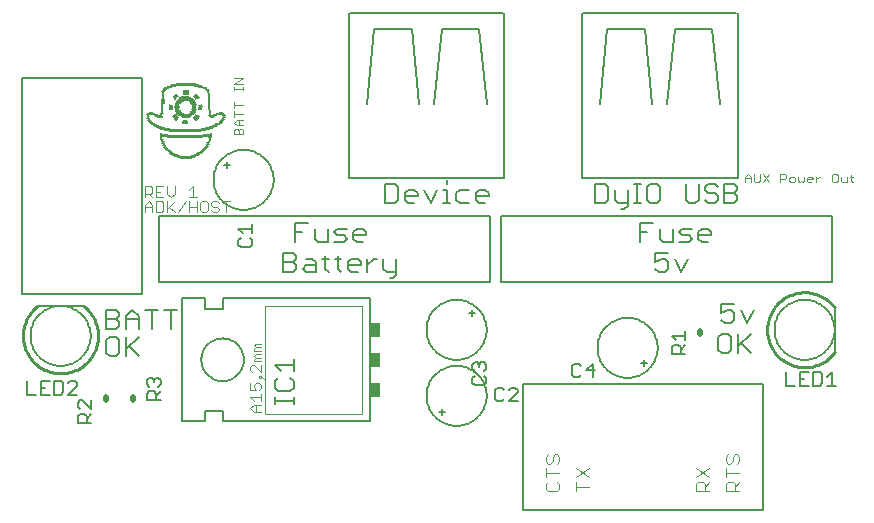
<source format=gto>
G75*
G70*
%OFA0B0*%
%FSLAX24Y24*%
%IPPOS*%
%LPD*%
%AMOC8*
5,1,8,0,0,1.08239X$1,22.5*
%
%ADD10C,0.0060*%
%ADD11C,0.0030*%
%ADD12R,0.0420X0.0030*%
%ADD13R,0.0600X0.0030*%
%ADD14R,0.0750X0.0030*%
%ADD15R,0.0270X0.0030*%
%ADD16R,0.0240X0.0030*%
%ADD17R,0.0210X0.0030*%
%ADD18R,0.0180X0.0030*%
%ADD19R,0.0150X0.0030*%
%ADD20R,0.0120X0.0030*%
%ADD21R,0.0090X0.0030*%
%ADD22R,0.1230X0.0030*%
%ADD23R,0.1740X0.0030*%
%ADD24R,0.0300X0.0030*%
%ADD25R,0.1050X0.0030*%
%ADD26R,0.1410X0.0030*%
%ADD27R,0.1650X0.0030*%
%ADD28R,0.0060X0.0030*%
%ADD29R,0.0360X0.0030*%
%ADD30R,0.0450X0.0030*%
%ADD31R,0.0540X0.0030*%
%ADD32R,0.0030X0.0030*%
%ADD33R,0.0570X0.0030*%
%ADD34R,0.0330X0.0030*%
%ADD35R,0.0480X0.0030*%
%ADD36R,0.0390X0.0030*%
%ADD37R,0.1080X0.0030*%
%ADD38R,0.0930X0.0030*%
%ADD39R,0.0660X0.0030*%
%ADD40C,0.0050*%
%ADD41C,0.0040*%
%ADD42C,0.0070*%
%ADD43C,0.0020*%
%ADD44R,0.0350X0.0500*%
%ADD45C,0.0080*%
%ADD46C,0.0100*%
%ADD47C,0.0200*%
D10*
X007560Y004436D02*
X008310Y004436D01*
X008310Y004786D01*
X008910Y004786D01*
X008910Y004436D01*
X013810Y004436D01*
X013810Y008536D01*
X008910Y008536D01*
X008910Y008186D01*
X008310Y008186D01*
X008310Y008536D01*
X007560Y008536D01*
X007560Y004436D01*
X008200Y006486D02*
X008202Y006539D01*
X008208Y006592D01*
X008218Y006644D01*
X008232Y006695D01*
X008249Y006745D01*
X008270Y006794D01*
X008295Y006841D01*
X008323Y006886D01*
X008355Y006929D01*
X008390Y006969D01*
X008427Y007006D01*
X008467Y007041D01*
X008510Y007073D01*
X008555Y007101D01*
X008602Y007126D01*
X008651Y007147D01*
X008701Y007164D01*
X008752Y007178D01*
X008804Y007188D01*
X008857Y007194D01*
X008910Y007196D01*
X008963Y007194D01*
X009016Y007188D01*
X009068Y007178D01*
X009119Y007164D01*
X009169Y007147D01*
X009218Y007126D01*
X009265Y007101D01*
X009310Y007073D01*
X009353Y007041D01*
X009393Y007006D01*
X009430Y006969D01*
X009465Y006929D01*
X009497Y006886D01*
X009525Y006841D01*
X009550Y006794D01*
X009571Y006745D01*
X009588Y006695D01*
X009602Y006644D01*
X009612Y006592D01*
X009618Y006539D01*
X009620Y006486D01*
X009618Y006433D01*
X009612Y006380D01*
X009602Y006328D01*
X009588Y006277D01*
X009571Y006227D01*
X009550Y006178D01*
X009525Y006131D01*
X009497Y006086D01*
X009465Y006043D01*
X009430Y006003D01*
X009393Y005966D01*
X009353Y005931D01*
X009310Y005899D01*
X009265Y005871D01*
X009218Y005846D01*
X009169Y005825D01*
X009119Y005808D01*
X009068Y005794D01*
X009016Y005784D01*
X008963Y005778D01*
X008910Y005776D01*
X008857Y005778D01*
X008804Y005784D01*
X008752Y005794D01*
X008701Y005808D01*
X008651Y005825D01*
X008602Y005846D01*
X008555Y005871D01*
X008510Y005899D01*
X008467Y005931D01*
X008427Y005966D01*
X008390Y006003D01*
X008355Y006043D01*
X008323Y006086D01*
X008295Y006131D01*
X008270Y006178D01*
X008249Y006227D01*
X008232Y006277D01*
X008218Y006328D01*
X008208Y006380D01*
X008202Y006433D01*
X008200Y006486D01*
X007187Y007516D02*
X007187Y008157D01*
X006974Y008157D02*
X007401Y008157D01*
X006756Y008157D02*
X006329Y008157D01*
X006543Y008157D02*
X006543Y007516D01*
X006112Y007516D02*
X006112Y007943D01*
X005898Y008157D01*
X005685Y007943D01*
X005685Y007516D01*
X005467Y007623D02*
X005467Y007730D01*
X005361Y007837D01*
X005040Y007837D01*
X005040Y008157D02*
X005361Y008157D01*
X005467Y008050D01*
X005467Y007943D01*
X005361Y007837D01*
X005685Y007837D02*
X006112Y007837D01*
X005467Y007623D02*
X005361Y007516D01*
X005040Y007516D01*
X005040Y008157D01*
X005147Y007257D02*
X005040Y007150D01*
X005040Y006723D01*
X005147Y006616D01*
X005361Y006616D01*
X005467Y006723D01*
X005467Y007150D01*
X005361Y007257D01*
X005147Y007257D01*
X005685Y007257D02*
X005685Y006616D01*
X005685Y006830D02*
X006112Y007257D01*
X005792Y006937D02*
X006112Y006616D01*
X002510Y007286D02*
X002512Y007349D01*
X002518Y007411D01*
X002528Y007473D01*
X002541Y007535D01*
X002559Y007595D01*
X002580Y007654D01*
X002605Y007712D01*
X002634Y007768D01*
X002666Y007822D01*
X002701Y007874D01*
X002739Y007923D01*
X002781Y007971D01*
X002825Y008015D01*
X002873Y008057D01*
X002922Y008095D01*
X002974Y008130D01*
X003028Y008162D01*
X003084Y008191D01*
X003142Y008216D01*
X003201Y008237D01*
X003261Y008255D01*
X003323Y008268D01*
X003385Y008278D01*
X003447Y008284D01*
X003510Y008286D01*
X003573Y008284D01*
X003635Y008278D01*
X003697Y008268D01*
X003759Y008255D01*
X003819Y008237D01*
X003878Y008216D01*
X003936Y008191D01*
X003992Y008162D01*
X004046Y008130D01*
X004098Y008095D01*
X004147Y008057D01*
X004195Y008015D01*
X004239Y007971D01*
X004281Y007923D01*
X004319Y007874D01*
X004354Y007822D01*
X004386Y007768D01*
X004415Y007712D01*
X004440Y007654D01*
X004461Y007595D01*
X004479Y007535D01*
X004492Y007473D01*
X004502Y007411D01*
X004508Y007349D01*
X004510Y007286D01*
X004508Y007223D01*
X004502Y007161D01*
X004492Y007099D01*
X004479Y007037D01*
X004461Y006977D01*
X004440Y006918D01*
X004415Y006860D01*
X004386Y006804D01*
X004354Y006750D01*
X004319Y006698D01*
X004281Y006649D01*
X004239Y006601D01*
X004195Y006557D01*
X004147Y006515D01*
X004098Y006477D01*
X004046Y006442D01*
X003992Y006410D01*
X003936Y006381D01*
X003878Y006356D01*
X003819Y006335D01*
X003759Y006317D01*
X003697Y006304D01*
X003635Y006294D01*
X003573Y006288D01*
X003510Y006286D01*
X003447Y006288D01*
X003385Y006294D01*
X003323Y006304D01*
X003261Y006317D01*
X003201Y006335D01*
X003142Y006356D01*
X003084Y006381D01*
X003028Y006410D01*
X002974Y006442D01*
X002922Y006477D01*
X002873Y006515D01*
X002825Y006557D01*
X002781Y006601D01*
X002739Y006649D01*
X002701Y006698D01*
X002666Y006750D01*
X002634Y006804D01*
X002605Y006860D01*
X002580Y006918D01*
X002559Y006977D01*
X002541Y007037D01*
X002528Y007099D01*
X002518Y007161D01*
X002512Y007223D01*
X002510Y007286D01*
X010940Y009416D02*
X011261Y009416D01*
X011367Y009523D01*
X011367Y009630D01*
X011261Y009737D01*
X010940Y009737D01*
X011261Y009737D02*
X011367Y009843D01*
X011367Y009950D01*
X011261Y010057D01*
X010940Y010057D01*
X010940Y009416D01*
X011585Y009523D02*
X011692Y009630D01*
X012012Y009630D01*
X012012Y009737D02*
X012012Y009416D01*
X011692Y009416D01*
X011585Y009523D01*
X011692Y009843D02*
X011905Y009843D01*
X012012Y009737D01*
X012229Y009843D02*
X012443Y009843D01*
X012336Y009950D02*
X012336Y009523D01*
X012443Y009416D01*
X012766Y009523D02*
X012873Y009416D01*
X012766Y009523D02*
X012766Y009950D01*
X012659Y009843D02*
X012873Y009843D01*
X013089Y009737D02*
X013196Y009843D01*
X013409Y009843D01*
X013516Y009737D01*
X013516Y009630D01*
X013089Y009630D01*
X013089Y009523D02*
X013089Y009737D01*
X013089Y009523D02*
X013196Y009416D01*
X013409Y009416D01*
X013733Y009416D02*
X013733Y009843D01*
X013733Y009630D02*
X013947Y009843D01*
X014054Y009843D01*
X014270Y009843D02*
X014270Y009523D01*
X014377Y009416D01*
X014697Y009416D01*
X014697Y009310D02*
X014591Y009203D01*
X014484Y009203D01*
X014697Y009310D02*
X014697Y009843D01*
X013594Y010416D02*
X013381Y010416D01*
X013274Y010523D01*
X013274Y010737D01*
X013381Y010843D01*
X013594Y010843D01*
X013701Y010737D01*
X013701Y010630D01*
X013274Y010630D01*
X013056Y010523D02*
X012950Y010630D01*
X012736Y010630D01*
X012629Y010737D01*
X012736Y010843D01*
X013056Y010843D01*
X013056Y010523D02*
X012950Y010416D01*
X012629Y010416D01*
X012412Y010416D02*
X012412Y010843D01*
X011985Y010843D02*
X011985Y010523D01*
X012092Y010416D01*
X012412Y010416D01*
X011767Y011057D02*
X011340Y011057D01*
X011340Y010416D01*
X011340Y010737D02*
X011554Y010737D01*
X008610Y012486D02*
X008612Y012549D01*
X008618Y012611D01*
X008628Y012673D01*
X008641Y012735D01*
X008659Y012795D01*
X008680Y012854D01*
X008705Y012912D01*
X008734Y012968D01*
X008766Y013022D01*
X008801Y013074D01*
X008839Y013123D01*
X008881Y013171D01*
X008925Y013215D01*
X008973Y013257D01*
X009022Y013295D01*
X009074Y013330D01*
X009128Y013362D01*
X009184Y013391D01*
X009242Y013416D01*
X009301Y013437D01*
X009361Y013455D01*
X009423Y013468D01*
X009485Y013478D01*
X009547Y013484D01*
X009610Y013486D01*
X009673Y013484D01*
X009735Y013478D01*
X009797Y013468D01*
X009859Y013455D01*
X009919Y013437D01*
X009978Y013416D01*
X010036Y013391D01*
X010092Y013362D01*
X010146Y013330D01*
X010198Y013295D01*
X010247Y013257D01*
X010295Y013215D01*
X010339Y013171D01*
X010381Y013123D01*
X010419Y013074D01*
X010454Y013022D01*
X010486Y012968D01*
X010515Y012912D01*
X010540Y012854D01*
X010561Y012795D01*
X010579Y012735D01*
X010592Y012673D01*
X010602Y012611D01*
X010608Y012549D01*
X010610Y012486D01*
X010608Y012423D01*
X010602Y012361D01*
X010592Y012299D01*
X010579Y012237D01*
X010561Y012177D01*
X010540Y012118D01*
X010515Y012060D01*
X010486Y012004D01*
X010454Y011950D01*
X010419Y011898D01*
X010381Y011849D01*
X010339Y011801D01*
X010295Y011757D01*
X010247Y011715D01*
X010198Y011677D01*
X010146Y011642D01*
X010092Y011610D01*
X010036Y011581D01*
X009978Y011556D01*
X009919Y011535D01*
X009859Y011517D01*
X009797Y011504D01*
X009735Y011494D01*
X009673Y011488D01*
X009610Y011486D01*
X009547Y011488D01*
X009485Y011494D01*
X009423Y011504D01*
X009361Y011517D01*
X009301Y011535D01*
X009242Y011556D01*
X009184Y011581D01*
X009128Y011610D01*
X009074Y011642D01*
X009022Y011677D01*
X008973Y011715D01*
X008925Y011757D01*
X008881Y011801D01*
X008839Y011849D01*
X008801Y011898D01*
X008766Y011950D01*
X008734Y012004D01*
X008705Y012060D01*
X008680Y012118D01*
X008659Y012177D01*
X008641Y012237D01*
X008628Y012299D01*
X008618Y012361D01*
X008612Y012423D01*
X008610Y012486D01*
X009060Y012886D02*
X009060Y012986D01*
X009060Y013086D01*
X009060Y012986D02*
X009160Y012986D01*
X009060Y012986D02*
X008960Y012986D01*
X014340Y012357D02*
X014340Y011716D01*
X014661Y011716D01*
X014767Y011823D01*
X014767Y012250D01*
X014661Y012357D01*
X014340Y012357D01*
X014985Y012037D02*
X014985Y011823D01*
X015092Y011716D01*
X015305Y011716D01*
X015412Y011930D02*
X014985Y011930D01*
X014985Y012037D02*
X015092Y012143D01*
X015305Y012143D01*
X015412Y012037D01*
X015412Y011930D01*
X015629Y012143D02*
X015843Y011716D01*
X016056Y012143D01*
X016274Y012143D02*
X016381Y012143D01*
X016381Y011716D01*
X016487Y011716D02*
X016274Y011716D01*
X016704Y011823D02*
X016810Y011716D01*
X017131Y011716D01*
X017348Y011823D02*
X017348Y012037D01*
X017455Y012143D01*
X017668Y012143D01*
X017775Y012037D01*
X017775Y011930D01*
X017348Y011930D01*
X017348Y011823D02*
X017455Y011716D01*
X017668Y011716D01*
X017131Y012143D02*
X016810Y012143D01*
X016704Y012037D01*
X016704Y011823D01*
X016381Y012357D02*
X016381Y012464D01*
X021340Y012357D02*
X021340Y011716D01*
X021661Y011716D01*
X021767Y011823D01*
X021767Y012250D01*
X021661Y012357D01*
X021340Y012357D01*
X021985Y012143D02*
X021985Y011823D01*
X022092Y011716D01*
X022412Y011716D01*
X022412Y011610D02*
X022305Y011503D01*
X022198Y011503D01*
X022412Y011610D02*
X022412Y012143D01*
X022629Y012357D02*
X022843Y012357D01*
X022736Y012357D02*
X022736Y011716D01*
X022629Y011716D02*
X022843Y011716D01*
X023059Y011823D02*
X023166Y011716D01*
X023379Y011716D01*
X023486Y011823D01*
X023486Y012250D01*
X023379Y012357D01*
X023166Y012357D01*
X023059Y012250D01*
X023059Y011823D01*
X024348Y011823D02*
X024455Y011716D01*
X024668Y011716D01*
X024775Y011823D01*
X024775Y012357D01*
X024993Y012250D02*
X024993Y012143D01*
X025099Y012037D01*
X025313Y012037D01*
X025420Y011930D01*
X025420Y011823D01*
X025313Y011716D01*
X025099Y011716D01*
X024993Y011823D01*
X024993Y012250D02*
X025099Y012357D01*
X025313Y012357D01*
X025420Y012250D01*
X025637Y012357D02*
X025957Y012357D01*
X026064Y012250D01*
X026064Y012143D01*
X025957Y012037D01*
X025637Y012037D01*
X025637Y012357D02*
X025637Y011716D01*
X025957Y011716D01*
X026064Y011823D01*
X026064Y011930D01*
X025957Y012037D01*
X024348Y011823D02*
X024348Y012357D01*
X023267Y011057D02*
X022840Y011057D01*
X022840Y010416D01*
X022840Y010737D02*
X023054Y010737D01*
X023485Y010843D02*
X023485Y010523D01*
X023592Y010416D01*
X023912Y010416D01*
X023912Y010843D01*
X024129Y010737D02*
X024236Y010630D01*
X024450Y010630D01*
X024556Y010523D01*
X024450Y010416D01*
X024129Y010416D01*
X024129Y010737D02*
X024236Y010843D01*
X024556Y010843D01*
X024774Y010737D02*
X024881Y010843D01*
X025094Y010843D01*
X025201Y010737D01*
X025201Y010630D01*
X024774Y010630D01*
X024774Y010523D02*
X024774Y010737D01*
X024774Y010523D02*
X024881Y010416D01*
X025094Y010416D01*
X024412Y009843D02*
X024198Y009416D01*
X023985Y009843D01*
X023767Y009737D02*
X023767Y009523D01*
X023661Y009416D01*
X023447Y009416D01*
X023340Y009523D01*
X023340Y009737D02*
X023554Y009843D01*
X023661Y009843D01*
X023767Y009737D01*
X023340Y009737D02*
X023340Y010057D01*
X023767Y010057D01*
X025540Y008357D02*
X025540Y008037D01*
X025754Y008143D01*
X025861Y008143D01*
X025967Y008037D01*
X025967Y007823D01*
X025861Y007716D01*
X025647Y007716D01*
X025540Y007823D01*
X025540Y008357D02*
X025967Y008357D01*
X026185Y008143D02*
X026398Y007716D01*
X026612Y008143D01*
X026512Y007357D02*
X026085Y006930D01*
X026192Y007037D02*
X026512Y006716D01*
X026085Y006716D02*
X026085Y007357D01*
X025867Y007250D02*
X025761Y007357D01*
X025547Y007357D01*
X025440Y007250D01*
X025440Y006823D01*
X025547Y006716D01*
X025761Y006716D01*
X025867Y006823D01*
X025867Y007250D01*
X027310Y007486D02*
X027312Y007549D01*
X027318Y007611D01*
X027328Y007673D01*
X027341Y007735D01*
X027359Y007795D01*
X027380Y007854D01*
X027405Y007912D01*
X027434Y007968D01*
X027466Y008022D01*
X027501Y008074D01*
X027539Y008123D01*
X027581Y008171D01*
X027625Y008215D01*
X027673Y008257D01*
X027722Y008295D01*
X027774Y008330D01*
X027828Y008362D01*
X027884Y008391D01*
X027942Y008416D01*
X028001Y008437D01*
X028061Y008455D01*
X028123Y008468D01*
X028185Y008478D01*
X028247Y008484D01*
X028310Y008486D01*
X028373Y008484D01*
X028435Y008478D01*
X028497Y008468D01*
X028559Y008455D01*
X028619Y008437D01*
X028678Y008416D01*
X028736Y008391D01*
X028792Y008362D01*
X028846Y008330D01*
X028898Y008295D01*
X028947Y008257D01*
X028995Y008215D01*
X029039Y008171D01*
X029081Y008123D01*
X029119Y008074D01*
X029154Y008022D01*
X029186Y007968D01*
X029215Y007912D01*
X029240Y007854D01*
X029261Y007795D01*
X029279Y007735D01*
X029292Y007673D01*
X029302Y007611D01*
X029308Y007549D01*
X029310Y007486D01*
X029308Y007423D01*
X029302Y007361D01*
X029292Y007299D01*
X029279Y007237D01*
X029261Y007177D01*
X029240Y007118D01*
X029215Y007060D01*
X029186Y007004D01*
X029154Y006950D01*
X029119Y006898D01*
X029081Y006849D01*
X029039Y006801D01*
X028995Y006757D01*
X028947Y006715D01*
X028898Y006677D01*
X028846Y006642D01*
X028792Y006610D01*
X028736Y006581D01*
X028678Y006556D01*
X028619Y006535D01*
X028559Y006517D01*
X028497Y006504D01*
X028435Y006494D01*
X028373Y006488D01*
X028310Y006486D01*
X028247Y006488D01*
X028185Y006494D01*
X028123Y006504D01*
X028061Y006517D01*
X028001Y006535D01*
X027942Y006556D01*
X027884Y006581D01*
X027828Y006610D01*
X027774Y006642D01*
X027722Y006677D01*
X027673Y006715D01*
X027625Y006757D01*
X027581Y006801D01*
X027539Y006849D01*
X027501Y006898D01*
X027466Y006950D01*
X027434Y007004D01*
X027405Y007060D01*
X027380Y007118D01*
X027359Y007177D01*
X027341Y007237D01*
X027328Y007299D01*
X027318Y007361D01*
X027312Y007423D01*
X027310Y007486D01*
X023060Y006386D02*
X022960Y006386D01*
X022960Y006286D01*
X022960Y006386D02*
X022860Y006386D01*
X022960Y006386D02*
X022960Y006486D01*
X021410Y006886D02*
X021412Y006949D01*
X021418Y007011D01*
X021428Y007073D01*
X021441Y007135D01*
X021459Y007195D01*
X021480Y007254D01*
X021505Y007312D01*
X021534Y007368D01*
X021566Y007422D01*
X021601Y007474D01*
X021639Y007523D01*
X021681Y007571D01*
X021725Y007615D01*
X021773Y007657D01*
X021822Y007695D01*
X021874Y007730D01*
X021928Y007762D01*
X021984Y007791D01*
X022042Y007816D01*
X022101Y007837D01*
X022161Y007855D01*
X022223Y007868D01*
X022285Y007878D01*
X022347Y007884D01*
X022410Y007886D01*
X022473Y007884D01*
X022535Y007878D01*
X022597Y007868D01*
X022659Y007855D01*
X022719Y007837D01*
X022778Y007816D01*
X022836Y007791D01*
X022892Y007762D01*
X022946Y007730D01*
X022998Y007695D01*
X023047Y007657D01*
X023095Y007615D01*
X023139Y007571D01*
X023181Y007523D01*
X023219Y007474D01*
X023254Y007422D01*
X023286Y007368D01*
X023315Y007312D01*
X023340Y007254D01*
X023361Y007195D01*
X023379Y007135D01*
X023392Y007073D01*
X023402Y007011D01*
X023408Y006949D01*
X023410Y006886D01*
X023408Y006823D01*
X023402Y006761D01*
X023392Y006699D01*
X023379Y006637D01*
X023361Y006577D01*
X023340Y006518D01*
X023315Y006460D01*
X023286Y006404D01*
X023254Y006350D01*
X023219Y006298D01*
X023181Y006249D01*
X023139Y006201D01*
X023095Y006157D01*
X023047Y006115D01*
X022998Y006077D01*
X022946Y006042D01*
X022892Y006010D01*
X022836Y005981D01*
X022778Y005956D01*
X022719Y005935D01*
X022659Y005917D01*
X022597Y005904D01*
X022535Y005894D01*
X022473Y005888D01*
X022410Y005886D01*
X022347Y005888D01*
X022285Y005894D01*
X022223Y005904D01*
X022161Y005917D01*
X022101Y005935D01*
X022042Y005956D01*
X021984Y005981D01*
X021928Y006010D01*
X021874Y006042D01*
X021822Y006077D01*
X021773Y006115D01*
X021725Y006157D01*
X021681Y006201D01*
X021639Y006249D01*
X021601Y006298D01*
X021566Y006350D01*
X021534Y006404D01*
X021505Y006460D01*
X021480Y006518D01*
X021459Y006577D01*
X021441Y006637D01*
X021428Y006699D01*
X021418Y006761D01*
X021412Y006823D01*
X021410Y006886D01*
X017310Y008036D02*
X017210Y008036D01*
X017210Y007936D01*
X017210Y008036D02*
X017110Y008036D01*
X017210Y008036D02*
X017210Y008136D01*
X015710Y007486D02*
X015712Y007549D01*
X015718Y007611D01*
X015728Y007673D01*
X015741Y007735D01*
X015759Y007795D01*
X015780Y007854D01*
X015805Y007912D01*
X015834Y007968D01*
X015866Y008022D01*
X015901Y008074D01*
X015939Y008123D01*
X015981Y008171D01*
X016025Y008215D01*
X016073Y008257D01*
X016122Y008295D01*
X016174Y008330D01*
X016228Y008362D01*
X016284Y008391D01*
X016342Y008416D01*
X016401Y008437D01*
X016461Y008455D01*
X016523Y008468D01*
X016585Y008478D01*
X016647Y008484D01*
X016710Y008486D01*
X016773Y008484D01*
X016835Y008478D01*
X016897Y008468D01*
X016959Y008455D01*
X017019Y008437D01*
X017078Y008416D01*
X017136Y008391D01*
X017192Y008362D01*
X017246Y008330D01*
X017298Y008295D01*
X017347Y008257D01*
X017395Y008215D01*
X017439Y008171D01*
X017481Y008123D01*
X017519Y008074D01*
X017554Y008022D01*
X017586Y007968D01*
X017615Y007912D01*
X017640Y007854D01*
X017661Y007795D01*
X017679Y007735D01*
X017692Y007673D01*
X017702Y007611D01*
X017708Y007549D01*
X017710Y007486D01*
X017708Y007423D01*
X017702Y007361D01*
X017692Y007299D01*
X017679Y007237D01*
X017661Y007177D01*
X017640Y007118D01*
X017615Y007060D01*
X017586Y007004D01*
X017554Y006950D01*
X017519Y006898D01*
X017481Y006849D01*
X017439Y006801D01*
X017395Y006757D01*
X017347Y006715D01*
X017298Y006677D01*
X017246Y006642D01*
X017192Y006610D01*
X017136Y006581D01*
X017078Y006556D01*
X017019Y006535D01*
X016959Y006517D01*
X016897Y006504D01*
X016835Y006494D01*
X016773Y006488D01*
X016710Y006486D01*
X016647Y006488D01*
X016585Y006494D01*
X016523Y006504D01*
X016461Y006517D01*
X016401Y006535D01*
X016342Y006556D01*
X016284Y006581D01*
X016228Y006610D01*
X016174Y006642D01*
X016122Y006677D01*
X016073Y006715D01*
X016025Y006757D01*
X015981Y006801D01*
X015939Y006849D01*
X015901Y006898D01*
X015866Y006950D01*
X015834Y007004D01*
X015805Y007060D01*
X015780Y007118D01*
X015759Y007177D01*
X015741Y007237D01*
X015728Y007299D01*
X015718Y007361D01*
X015712Y007423D01*
X015710Y007486D01*
X015710Y005286D02*
X015712Y005349D01*
X015718Y005411D01*
X015728Y005473D01*
X015741Y005535D01*
X015759Y005595D01*
X015780Y005654D01*
X015805Y005712D01*
X015834Y005768D01*
X015866Y005822D01*
X015901Y005874D01*
X015939Y005923D01*
X015981Y005971D01*
X016025Y006015D01*
X016073Y006057D01*
X016122Y006095D01*
X016174Y006130D01*
X016228Y006162D01*
X016284Y006191D01*
X016342Y006216D01*
X016401Y006237D01*
X016461Y006255D01*
X016523Y006268D01*
X016585Y006278D01*
X016647Y006284D01*
X016710Y006286D01*
X016773Y006284D01*
X016835Y006278D01*
X016897Y006268D01*
X016959Y006255D01*
X017019Y006237D01*
X017078Y006216D01*
X017136Y006191D01*
X017192Y006162D01*
X017246Y006130D01*
X017298Y006095D01*
X017347Y006057D01*
X017395Y006015D01*
X017439Y005971D01*
X017481Y005923D01*
X017519Y005874D01*
X017554Y005822D01*
X017586Y005768D01*
X017615Y005712D01*
X017640Y005654D01*
X017661Y005595D01*
X017679Y005535D01*
X017692Y005473D01*
X017702Y005411D01*
X017708Y005349D01*
X017710Y005286D01*
X017708Y005223D01*
X017702Y005161D01*
X017692Y005099D01*
X017679Y005037D01*
X017661Y004977D01*
X017640Y004918D01*
X017615Y004860D01*
X017586Y004804D01*
X017554Y004750D01*
X017519Y004698D01*
X017481Y004649D01*
X017439Y004601D01*
X017395Y004557D01*
X017347Y004515D01*
X017298Y004477D01*
X017246Y004442D01*
X017192Y004410D01*
X017136Y004381D01*
X017078Y004356D01*
X017019Y004335D01*
X016959Y004317D01*
X016897Y004304D01*
X016835Y004294D01*
X016773Y004288D01*
X016710Y004286D01*
X016647Y004288D01*
X016585Y004294D01*
X016523Y004304D01*
X016461Y004317D01*
X016401Y004335D01*
X016342Y004356D01*
X016284Y004381D01*
X016228Y004410D01*
X016174Y004442D01*
X016122Y004477D01*
X016073Y004515D01*
X016025Y004557D01*
X015981Y004601D01*
X015939Y004649D01*
X015901Y004698D01*
X015866Y004750D01*
X015834Y004804D01*
X015805Y004860D01*
X015780Y004918D01*
X015759Y004977D01*
X015741Y005037D01*
X015728Y005099D01*
X015718Y005161D01*
X015712Y005223D01*
X015710Y005286D01*
X016210Y004836D02*
X016210Y004736D01*
X016110Y004736D01*
X016210Y004736D02*
X016210Y004636D01*
X016210Y004736D02*
X016310Y004736D01*
D11*
X009027Y011401D02*
X009027Y011772D01*
X008904Y011772D02*
X009150Y011772D01*
X008782Y011710D02*
X008720Y011772D01*
X008597Y011772D01*
X008535Y011710D01*
X008535Y011648D01*
X008597Y011586D01*
X008720Y011586D01*
X008782Y011525D01*
X008782Y011463D01*
X008720Y011401D01*
X008597Y011401D01*
X008535Y011463D01*
X008414Y011463D02*
X008414Y011710D01*
X008352Y011772D01*
X008229Y011772D01*
X008167Y011710D01*
X008167Y011463D01*
X008229Y011401D01*
X008352Y011401D01*
X008414Y011463D01*
X008045Y011401D02*
X008045Y011772D01*
X008045Y011901D02*
X007799Y011901D01*
X007922Y011901D02*
X007922Y012272D01*
X007799Y012148D01*
X007799Y011772D02*
X007799Y011401D01*
X007799Y011586D02*
X008045Y011586D01*
X007677Y011772D02*
X007430Y011401D01*
X007309Y011401D02*
X007124Y011586D01*
X007062Y011525D02*
X007309Y011772D01*
X007185Y011901D02*
X007309Y012025D01*
X007309Y012272D01*
X007062Y012272D02*
X007062Y012025D01*
X007185Y011901D01*
X007062Y011772D02*
X007062Y011401D01*
X006941Y011463D02*
X006941Y011710D01*
X006879Y011772D01*
X006694Y011772D01*
X006694Y011401D01*
X006879Y011401D01*
X006941Y011463D01*
X006572Y011401D02*
X006572Y011648D01*
X006449Y011772D01*
X006325Y011648D01*
X006325Y011401D01*
X006325Y011586D02*
X006572Y011586D01*
X006572Y011901D02*
X006449Y012025D01*
X006511Y012025D02*
X006325Y012025D01*
X006325Y011901D02*
X006325Y012272D01*
X006511Y012272D01*
X006572Y012210D01*
X006572Y012086D01*
X006511Y012025D01*
X006694Y012086D02*
X006817Y012086D01*
X006694Y011901D02*
X006941Y011901D01*
X006694Y011901D02*
X006694Y012272D01*
X006941Y012272D01*
X009305Y014001D02*
X009305Y014146D01*
X009354Y014195D01*
X009402Y014195D01*
X009450Y014146D01*
X009450Y014001D01*
X009595Y014001D02*
X009305Y014001D01*
X009450Y014146D02*
X009499Y014195D01*
X009547Y014195D01*
X009595Y014146D01*
X009595Y014001D01*
X009595Y014296D02*
X009402Y014296D01*
X009305Y014393D01*
X009402Y014489D01*
X009595Y014489D01*
X009450Y014489D02*
X009450Y014296D01*
X009305Y014591D02*
X009305Y014784D01*
X009305Y014687D02*
X009595Y014687D01*
X009305Y014885D02*
X009305Y015079D01*
X009305Y014982D02*
X009595Y014982D01*
X009595Y015475D02*
X009595Y015571D01*
X009595Y015523D02*
X009305Y015523D01*
X009305Y015475D02*
X009305Y015571D01*
X009305Y015671D02*
X009595Y015864D01*
X009305Y015864D01*
X009305Y015671D02*
X009595Y015671D01*
X026325Y012595D02*
X026325Y012401D01*
X026325Y012546D02*
X026519Y012546D01*
X026519Y012595D02*
X026519Y012401D01*
X026620Y012450D02*
X026620Y012692D01*
X026519Y012595D02*
X026422Y012692D01*
X026325Y012595D01*
X026620Y012450D02*
X026668Y012401D01*
X026765Y012401D01*
X026814Y012450D01*
X026814Y012692D01*
X026915Y012692D02*
X027108Y012401D01*
X026915Y012401D02*
X027108Y012692D01*
X027504Y012692D02*
X027504Y012401D01*
X027504Y012498D02*
X027649Y012498D01*
X027697Y012546D01*
X027697Y012643D01*
X027649Y012692D01*
X027504Y012692D01*
X027799Y012546D02*
X027799Y012450D01*
X027847Y012401D01*
X027944Y012401D01*
X027992Y012450D01*
X027992Y012546D01*
X027944Y012595D01*
X027847Y012595D01*
X027799Y012546D01*
X028093Y012595D02*
X028093Y012450D01*
X028142Y012401D01*
X028190Y012450D01*
X028238Y012401D01*
X028287Y012450D01*
X028287Y012595D01*
X028388Y012546D02*
X028388Y012450D01*
X028436Y012401D01*
X028533Y012401D01*
X028581Y012498D02*
X028388Y012498D01*
X028388Y012546D02*
X028436Y012595D01*
X028533Y012595D01*
X028581Y012546D01*
X028581Y012498D01*
X028683Y012498D02*
X028779Y012595D01*
X028828Y012595D01*
X028683Y012595D02*
X028683Y012401D01*
X029223Y012450D02*
X029271Y012401D01*
X029368Y012401D01*
X029416Y012450D01*
X029416Y012643D01*
X029368Y012692D01*
X029271Y012692D01*
X029223Y012643D01*
X029223Y012450D01*
X029517Y012450D02*
X029517Y012595D01*
X029517Y012450D02*
X029566Y012401D01*
X029711Y012401D01*
X029711Y012595D01*
X029812Y012595D02*
X029909Y012595D01*
X029860Y012643D02*
X029860Y012450D01*
X029909Y012401D01*
D12*
X008378Y014181D03*
X007688Y013191D03*
X006968Y014181D03*
D13*
X007688Y013221D03*
X007688Y015111D03*
D14*
X007673Y013251D03*
D15*
X007373Y013281D03*
X006953Y013971D03*
X006773Y014601D03*
X006533Y014691D03*
X007673Y015231D03*
D16*
X007478Y015081D03*
X007478Y014691D03*
X007688Y014541D03*
X006788Y014571D03*
X006758Y014241D03*
X007298Y013311D03*
X007988Y013281D03*
X008588Y014241D03*
X008828Y014691D03*
X008228Y015561D03*
D17*
X008033Y015231D03*
X007883Y015081D03*
X007913Y015051D03*
X007343Y015231D03*
X007133Y015561D03*
X007073Y015531D03*
X007913Y014721D03*
X007883Y014691D03*
X008033Y014541D03*
X007673Y014391D03*
X007673Y014361D03*
X007343Y014541D03*
X008573Y014571D03*
X008693Y014631D03*
X008663Y014271D03*
X008063Y013311D03*
D18*
X008108Y013341D03*
X008168Y013371D03*
X007238Y013341D03*
X006698Y014271D03*
X006638Y014301D03*
X006818Y014541D03*
X006668Y014631D03*
X007328Y014571D03*
X007448Y014721D03*
X007418Y014751D03*
X007418Y014781D03*
X007388Y014871D03*
X007388Y014901D03*
X007418Y015021D03*
X007448Y015051D03*
X007928Y015021D03*
X007958Y014991D03*
X007958Y014811D03*
X007928Y014751D03*
X008048Y014571D03*
X008018Y014511D03*
X007658Y014421D03*
X008708Y014301D03*
X008768Y014331D03*
X008048Y015201D03*
X008018Y015261D03*
X007688Y015321D03*
X007688Y015351D03*
X007688Y015381D03*
X007688Y015411D03*
X007688Y015441D03*
X008288Y015531D03*
X007028Y015501D03*
D19*
X006983Y015471D03*
X007343Y015261D03*
X007313Y015201D03*
X007403Y014991D03*
X007403Y014961D03*
X007403Y014931D03*
X007403Y014841D03*
X007403Y014811D03*
X007193Y014841D03*
X007193Y014871D03*
X007193Y014901D03*
X007193Y014931D03*
X007193Y014961D03*
X007343Y014511D03*
X007673Y014451D03*
X007673Y014331D03*
X008543Y014541D03*
X008813Y014361D03*
X008843Y014391D03*
X008873Y014421D03*
X008843Y014721D03*
X008183Y014901D03*
X007973Y014901D03*
X007973Y014931D03*
X007973Y014961D03*
X007973Y014871D03*
X007973Y014841D03*
X007943Y014781D03*
X008333Y015501D03*
X006593Y014331D03*
X006563Y014361D03*
X007163Y013401D03*
X007193Y013371D03*
X008213Y013401D03*
X008243Y013431D03*
X008273Y013461D03*
X008303Y013491D03*
D20*
X008318Y013521D03*
X008348Y013551D03*
X008378Y013581D03*
X008408Y013641D03*
X008438Y013701D03*
X008498Y013881D03*
X008888Y014451D03*
X008918Y014481D03*
X008948Y014541D03*
X008948Y014601D03*
X008168Y014811D03*
X008168Y014841D03*
X008168Y014871D03*
X008168Y014931D03*
X008168Y014961D03*
X008048Y015171D03*
X008018Y015291D03*
X008378Y015471D03*
X008408Y015441D03*
X007358Y015291D03*
X006968Y015441D03*
X006938Y015411D03*
X006908Y015141D03*
X006908Y015111D03*
X006908Y015081D03*
X006908Y015051D03*
X006908Y015021D03*
X007178Y014811D03*
X007328Y014601D03*
X007358Y014481D03*
X006878Y014691D03*
X006518Y014721D03*
X006428Y014631D03*
X006428Y014511D03*
X006458Y014451D03*
X006488Y014421D03*
X006518Y014391D03*
X006878Y013821D03*
X006908Y013731D03*
X006938Y013671D03*
X006968Y013611D03*
X006998Y013551D03*
X007028Y013521D03*
X007058Y013491D03*
X007088Y013461D03*
X007118Y013431D03*
X008018Y014481D03*
X008048Y014601D03*
D21*
X008483Y014631D03*
X008483Y014661D03*
X008483Y014691D03*
X008483Y014721D03*
X008483Y014751D03*
X008483Y014781D03*
X008453Y014811D03*
X008453Y014841D03*
X008453Y014871D03*
X008453Y014901D03*
X008453Y014931D03*
X008453Y014961D03*
X008453Y014991D03*
X008453Y015021D03*
X008453Y015051D03*
X008453Y015081D03*
X008453Y015111D03*
X008453Y015141D03*
X008453Y015171D03*
X008453Y015201D03*
X008453Y015231D03*
X008453Y015261D03*
X008453Y015291D03*
X008453Y015321D03*
X008453Y015351D03*
X008423Y015381D03*
X008423Y015411D03*
X008933Y014631D03*
X008963Y014571D03*
X008933Y014511D03*
X008513Y014001D03*
X008483Y013851D03*
X008483Y013821D03*
X008483Y013791D03*
X008453Y013761D03*
X008453Y013731D03*
X008423Y013671D03*
X008393Y013611D03*
X006983Y013581D03*
X006953Y013641D03*
X006923Y013701D03*
X006893Y013761D03*
X006893Y013791D03*
X006863Y013851D03*
X006863Y013881D03*
X006863Y014001D03*
X006443Y014481D03*
X006413Y014541D03*
X006413Y014571D03*
X006413Y014601D03*
X006863Y014631D03*
X006863Y014661D03*
X006893Y014721D03*
X006893Y014751D03*
X006893Y014781D03*
X006893Y014811D03*
X006893Y014841D03*
X006893Y014871D03*
X006893Y014901D03*
X006893Y014931D03*
X006893Y014961D03*
X006893Y014991D03*
X006923Y015171D03*
X006923Y015201D03*
X006923Y015231D03*
X006923Y015261D03*
X006923Y015291D03*
X006923Y015321D03*
X006923Y015351D03*
X006923Y015381D03*
X007313Y015171D03*
D22*
X007673Y013881D03*
D23*
X007688Y013911D03*
X007688Y013941D03*
D24*
X008408Y013971D03*
X008498Y014211D03*
X008588Y014601D03*
X008138Y015591D03*
X007238Y015591D03*
X006548Y014661D03*
X006848Y014211D03*
D25*
X007673Y014091D03*
D26*
X007673Y014121D03*
D27*
X007673Y014151D03*
D28*
X007358Y014451D03*
X007328Y014631D03*
X008018Y014451D03*
X007328Y015141D03*
X007358Y015321D03*
X008018Y015321D03*
D29*
X007688Y014571D03*
D30*
X007673Y014601D03*
D31*
X007688Y014631D03*
X007688Y015141D03*
D32*
X008033Y015141D03*
X008213Y014991D03*
X008033Y014631D03*
X007163Y014991D03*
D33*
X007673Y014661D03*
D34*
X008813Y014661D03*
D35*
X007688Y015171D03*
D36*
X007673Y015201D03*
D37*
X007688Y015621D03*
D38*
X007673Y015651D03*
D39*
X007688Y015681D03*
D40*
X004075Y004596D02*
X004075Y004371D01*
X004525Y004371D01*
X004375Y004371D02*
X004375Y004596D01*
X004300Y004672D01*
X004150Y004672D01*
X004075Y004596D01*
X004150Y004832D02*
X004075Y004907D01*
X004075Y005057D01*
X004150Y005132D01*
X004225Y005132D01*
X004525Y004832D01*
X004525Y005132D01*
X004067Y005321D02*
X003766Y005321D01*
X004067Y005622D01*
X004067Y005697D01*
X003992Y005772D01*
X003841Y005772D01*
X003766Y005697D01*
X003606Y005697D02*
X003531Y005772D01*
X003306Y005772D01*
X003306Y005321D01*
X003531Y005321D01*
X003606Y005396D01*
X003606Y005697D01*
X003146Y005772D02*
X002846Y005772D01*
X002846Y005321D01*
X003146Y005321D01*
X002996Y005546D02*
X002846Y005546D01*
X002686Y005321D02*
X002385Y005321D01*
X002385Y005772D01*
X004375Y004521D02*
X004525Y004672D01*
X006395Y005131D02*
X006395Y005356D01*
X006470Y005431D01*
X006620Y005431D01*
X006695Y005356D01*
X006695Y005131D01*
X006695Y005281D02*
X006845Y005431D01*
X006770Y005591D02*
X006845Y005666D01*
X006845Y005816D01*
X006770Y005891D01*
X006695Y005891D01*
X006620Y005816D01*
X006620Y005741D01*
X006620Y005816D02*
X006545Y005891D01*
X006470Y005891D01*
X006395Y005816D01*
X006395Y005666D01*
X006470Y005591D01*
X006395Y005131D02*
X006845Y005131D01*
X006210Y008686D02*
X002210Y008686D01*
X002210Y015886D01*
X006210Y015886D01*
X006210Y008686D01*
X006803Y009084D02*
X017827Y009084D01*
X017827Y011289D01*
X006803Y011289D01*
X006803Y009084D01*
X009435Y010316D02*
X009435Y010466D01*
X009510Y010541D01*
X009585Y010701D02*
X009435Y010851D01*
X009885Y010851D01*
X009885Y010701D02*
X009885Y011001D01*
X009810Y010541D02*
X009885Y010466D01*
X009885Y010316D01*
X009810Y010241D01*
X009510Y010241D01*
X009435Y010316D01*
X013135Y012541D02*
X013135Y018046D01*
X013170Y018046D02*
X018270Y018046D01*
X018305Y018046D02*
X018305Y012541D01*
X018280Y012536D02*
X013160Y012536D01*
X013720Y014996D02*
X013970Y017496D01*
X015220Y017496D01*
X015470Y014996D01*
X015970Y014996D02*
X016220Y017496D01*
X017470Y017496D01*
X017720Y014996D01*
X021490Y014996D02*
X021740Y017496D01*
X022990Y017496D01*
X023240Y014996D01*
X023740Y014996D02*
X023990Y017496D01*
X025240Y017496D01*
X025490Y014996D01*
X026050Y012536D02*
X020930Y012536D01*
X020905Y012541D02*
X020905Y018046D01*
X020940Y018046D02*
X026040Y018046D01*
X026075Y018046D02*
X026075Y012541D01*
X029227Y011289D02*
X018203Y011289D01*
X018203Y009084D01*
X029227Y009084D01*
X029227Y011289D01*
X024325Y007432D02*
X024325Y007132D01*
X024325Y007282D02*
X023875Y007282D01*
X024025Y007132D01*
X023950Y006972D02*
X024100Y006972D01*
X024175Y006896D01*
X024175Y006671D01*
X024325Y006671D02*
X023875Y006671D01*
X023875Y006896D01*
X023950Y006972D01*
X024175Y006821D02*
X024325Y006972D01*
X026910Y005686D02*
X026910Y001486D01*
X018910Y001486D01*
X018910Y005686D01*
X026910Y005686D01*
X027685Y005621D02*
X027685Y006072D01*
X028146Y006072D02*
X028146Y005621D01*
X028446Y005621D01*
X028606Y005621D02*
X028831Y005621D01*
X028906Y005696D01*
X028906Y005997D01*
X028831Y006072D01*
X028606Y006072D01*
X028606Y005621D01*
X028296Y005846D02*
X028146Y005846D01*
X028146Y006072D02*
X028446Y006072D01*
X029066Y005922D02*
X029217Y006072D01*
X029217Y005621D01*
X029367Y005621D02*
X029066Y005621D01*
X027986Y005621D02*
X027685Y005621D01*
X021325Y006136D02*
X021025Y006136D01*
X021250Y006362D01*
X021250Y005911D01*
X020865Y005986D02*
X020790Y005911D01*
X020640Y005911D01*
X020565Y005986D01*
X020565Y006287D01*
X020640Y006362D01*
X020790Y006362D01*
X020865Y006287D01*
X018746Y005487D02*
X018746Y005412D01*
X018446Y005111D01*
X018746Y005111D01*
X018746Y005487D02*
X018671Y005562D01*
X018521Y005562D01*
X018446Y005487D01*
X018286Y005487D02*
X018211Y005562D01*
X018060Y005562D01*
X017985Y005487D01*
X017985Y005186D01*
X018060Y005111D01*
X018211Y005111D01*
X018286Y005186D01*
X017685Y005716D02*
X017685Y005866D01*
X017610Y005941D01*
X017610Y006101D02*
X017685Y006176D01*
X017685Y006326D01*
X017610Y006401D01*
X017535Y006401D01*
X017460Y006326D01*
X017460Y006251D01*
X017460Y006326D02*
X017385Y006401D01*
X017310Y006401D01*
X017235Y006326D01*
X017235Y006176D01*
X017310Y006101D01*
X017310Y005941D02*
X017235Y005866D01*
X017235Y005716D01*
X017310Y005641D01*
X017610Y005641D01*
X017685Y005716D01*
D41*
X019757Y003334D02*
X019680Y003257D01*
X019680Y003104D01*
X019757Y003027D01*
X019834Y003027D01*
X019910Y003104D01*
X019910Y003257D01*
X019987Y003334D01*
X020064Y003334D01*
X020140Y003257D01*
X020140Y003104D01*
X020064Y003027D01*
X019680Y002874D02*
X019680Y002567D01*
X019680Y002720D02*
X020140Y002720D01*
X020064Y002413D02*
X020140Y002336D01*
X020140Y002183D01*
X020064Y002106D01*
X019757Y002106D01*
X019680Y002183D01*
X019680Y002336D01*
X019757Y002413D01*
X020680Y002413D02*
X020680Y002106D01*
X020680Y002260D02*
X021140Y002260D01*
X021140Y002567D02*
X020680Y002874D01*
X020680Y002567D02*
X021140Y002874D01*
X024680Y002874D02*
X025140Y002567D01*
X025140Y002413D02*
X024987Y002260D01*
X024987Y002336D02*
X024987Y002106D01*
X025140Y002106D02*
X024680Y002106D01*
X024680Y002336D01*
X024757Y002413D01*
X024910Y002413D01*
X024987Y002336D01*
X024680Y002567D02*
X025140Y002874D01*
X025680Y002874D02*
X025680Y002567D01*
X025680Y002874D01*
X025680Y002720D02*
X026140Y002720D01*
X025680Y002720D01*
X025757Y002413D02*
X025910Y002413D01*
X025987Y002336D01*
X025987Y002106D01*
X025987Y002336D01*
X025910Y002413D01*
X025757Y002413D01*
X025680Y002336D01*
X025680Y002106D01*
X026140Y002106D01*
X025680Y002106D01*
X025680Y002336D01*
X025757Y002413D01*
X025987Y002260D02*
X026140Y002413D01*
X025987Y002260D01*
X026064Y003027D02*
X026140Y003104D01*
X026140Y003257D01*
X026064Y003334D01*
X025987Y003334D01*
X025910Y003257D01*
X025910Y003104D01*
X025834Y003027D01*
X025757Y003027D01*
X025680Y003104D01*
X025680Y003257D01*
X025757Y003334D01*
X025680Y003257D01*
X025680Y003104D01*
X025757Y003027D01*
X025834Y003027D01*
X025910Y003104D01*
X025910Y003257D01*
X025987Y003334D01*
X026064Y003334D01*
X026140Y003257D01*
X026140Y003104D01*
X026064Y003027D01*
X010190Y004756D02*
X009957Y004756D01*
X009840Y004873D01*
X009957Y004990D01*
X010190Y004990D01*
X010190Y005115D02*
X010190Y005349D01*
X010190Y005232D02*
X009840Y005232D01*
X009957Y005115D01*
X010015Y004990D02*
X010015Y004756D01*
X010015Y005474D02*
X009957Y005591D01*
X009957Y005650D01*
X010015Y005708D01*
X010132Y005708D01*
X010190Y005650D01*
X010190Y005533D01*
X010132Y005474D01*
X010015Y005474D02*
X009840Y005474D01*
X009840Y005708D01*
X010132Y005892D02*
X010190Y005892D01*
X010190Y005950D01*
X010132Y005950D01*
X010132Y005892D01*
X010190Y005950D02*
X010307Y005834D01*
X010190Y006073D02*
X009957Y006306D01*
X009899Y006306D01*
X009840Y006248D01*
X009840Y006131D01*
X009899Y006073D01*
X010190Y006073D02*
X010190Y006306D01*
X010190Y006432D02*
X009957Y006432D01*
X009957Y006490D01*
X010015Y006549D01*
X009957Y006607D01*
X010015Y006666D01*
X010190Y006666D01*
X010190Y006549D02*
X010015Y006549D01*
X009957Y006791D02*
X009957Y006849D01*
X010015Y006908D01*
X009957Y006966D01*
X010015Y007025D01*
X010190Y007025D01*
X010190Y006908D02*
X010015Y006908D01*
X009957Y006791D02*
X010190Y006791D01*
D42*
X010645Y006306D02*
X011275Y006306D01*
X011275Y006096D02*
X011275Y006516D01*
X010855Y006096D02*
X010645Y006306D01*
X010750Y005871D02*
X010645Y005766D01*
X010645Y005556D01*
X010750Y005451D01*
X011170Y005451D01*
X011275Y005556D01*
X011275Y005766D01*
X011170Y005871D01*
X011275Y005231D02*
X011275Y005021D01*
X011275Y005126D02*
X010645Y005126D01*
X010645Y005021D02*
X010645Y005231D01*
D43*
X010310Y004686D02*
X013560Y004686D01*
X013560Y008286D01*
X010310Y008286D01*
X010310Y004686D01*
D44*
X013985Y005486D03*
X013985Y006486D03*
X013985Y007486D03*
D45*
X004260Y008286D02*
X002760Y008286D01*
X029310Y008236D02*
X029310Y006736D01*
D46*
X029267Y006682D01*
X029221Y006630D01*
X029172Y006581D01*
X029120Y006534D01*
X029066Y006491D01*
X029010Y006450D01*
X028951Y006413D01*
X028891Y006379D01*
X028828Y006349D01*
X028765Y006322D01*
X028699Y006298D01*
X028633Y006278D01*
X028565Y006262D01*
X028497Y006250D01*
X028428Y006242D01*
X028359Y006237D01*
X028289Y006236D01*
X028220Y006239D01*
X028151Y006246D01*
X028083Y006257D01*
X028015Y006271D01*
X027948Y006290D01*
X027882Y006312D01*
X027817Y006337D01*
X027754Y006366D01*
X027693Y006399D01*
X027634Y006435D01*
X027577Y006474D01*
X027521Y006516D01*
X027469Y006561D01*
X027419Y006609D01*
X027372Y006660D01*
X027327Y006714D01*
X027286Y006769D01*
X027248Y006827D01*
X027213Y006887D01*
X027181Y006949D01*
X027153Y007012D01*
X027129Y007077D01*
X027108Y007143D01*
X027091Y007211D01*
X027077Y007279D01*
X027068Y007348D01*
X027062Y007417D01*
X027060Y007486D01*
X027062Y007555D01*
X027068Y007624D01*
X027077Y007693D01*
X027091Y007761D01*
X027108Y007829D01*
X027129Y007895D01*
X027153Y007960D01*
X027181Y008023D01*
X027213Y008085D01*
X027248Y008145D01*
X027286Y008203D01*
X027327Y008258D01*
X027372Y008312D01*
X027419Y008363D01*
X027469Y008411D01*
X027521Y008456D01*
X027577Y008498D01*
X027634Y008537D01*
X027693Y008573D01*
X027754Y008606D01*
X027817Y008635D01*
X027882Y008660D01*
X027948Y008682D01*
X028015Y008701D01*
X028083Y008715D01*
X028151Y008726D01*
X028220Y008733D01*
X028289Y008736D01*
X028359Y008735D01*
X028428Y008730D01*
X028497Y008722D01*
X028565Y008710D01*
X028633Y008694D01*
X028699Y008674D01*
X028765Y008650D01*
X028828Y008623D01*
X028891Y008593D01*
X028951Y008559D01*
X029010Y008522D01*
X029066Y008481D01*
X029120Y008438D01*
X029172Y008391D01*
X029221Y008342D01*
X029267Y008290D01*
X029310Y008236D01*
X004260Y008286D02*
X004314Y008243D01*
X004366Y008197D01*
X004415Y008148D01*
X004462Y008096D01*
X004505Y008042D01*
X004546Y007986D01*
X004583Y007927D01*
X004617Y007867D01*
X004647Y007804D01*
X004674Y007741D01*
X004698Y007675D01*
X004718Y007609D01*
X004734Y007541D01*
X004746Y007473D01*
X004754Y007404D01*
X004759Y007335D01*
X004760Y007265D01*
X004757Y007196D01*
X004750Y007127D01*
X004739Y007059D01*
X004725Y006991D01*
X004706Y006924D01*
X004684Y006858D01*
X004659Y006793D01*
X004630Y006730D01*
X004597Y006669D01*
X004561Y006610D01*
X004522Y006553D01*
X004480Y006497D01*
X004435Y006445D01*
X004387Y006395D01*
X004336Y006348D01*
X004282Y006303D01*
X004227Y006262D01*
X004169Y006224D01*
X004109Y006189D01*
X004047Y006157D01*
X003984Y006129D01*
X003919Y006105D01*
X003853Y006084D01*
X003785Y006067D01*
X003717Y006053D01*
X003648Y006044D01*
X003579Y006038D01*
X003510Y006036D01*
X003441Y006038D01*
X003372Y006044D01*
X003303Y006053D01*
X003235Y006067D01*
X003167Y006084D01*
X003101Y006105D01*
X003036Y006129D01*
X002973Y006157D01*
X002911Y006189D01*
X002851Y006224D01*
X002793Y006262D01*
X002738Y006303D01*
X002684Y006348D01*
X002633Y006395D01*
X002585Y006445D01*
X002540Y006497D01*
X002498Y006553D01*
X002459Y006610D01*
X002423Y006669D01*
X002390Y006730D01*
X002361Y006793D01*
X002336Y006858D01*
X002314Y006924D01*
X002295Y006991D01*
X002281Y007059D01*
X002270Y007127D01*
X002263Y007196D01*
X002260Y007265D01*
X002261Y007335D01*
X002266Y007404D01*
X002274Y007473D01*
X002286Y007541D01*
X002302Y007609D01*
X002322Y007675D01*
X002346Y007741D01*
X002373Y007804D01*
X002403Y007867D01*
X002437Y007927D01*
X002474Y007986D01*
X002515Y008042D01*
X002558Y008096D01*
X002605Y008148D01*
X002654Y008197D01*
X002706Y008243D01*
X002760Y008286D01*
D47*
X005010Y005236D02*
X005010Y005136D01*
X005910Y005136D02*
X005910Y005236D01*
X024810Y007336D02*
X024810Y007436D01*
M02*

</source>
